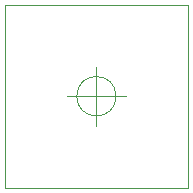
<source format=gbr>
%TF.GenerationSoftware,KiCad,Pcbnew,5.1.9*%
%TF.CreationDate,2021-04-13T03:12:43+02:00*%
%TF.ProjectId,_autosave-keycap,5f617574-6f73-4617-9665-2d6b65796361,rev?*%
%TF.SameCoordinates,Original*%
%TF.FileFunction,Profile,NP*%
%FSLAX46Y46*%
G04 Gerber Fmt 4.6, Leading zero omitted, Abs format (unit mm)*
G04 Created by KiCad (PCBNEW 5.1.9) date 2021-04-13 03:12:43*
%MOMM*%
%LPD*%
G01*
G04 APERTURE LIST*
%TA.AperFunction,Profile*%
%ADD10C,0.100000*%
%TD*%
%TA.AperFunction,Profile*%
%ADD11C,0.050000*%
%TD*%
G04 APERTURE END LIST*
D10*
X128877060Y-121046240D02*
X113411140Y-121044360D01*
X113411140Y-121044360D02*
X113411140Y-105569360D01*
X128884680Y-105572560D02*
X128877060Y-121046240D01*
D11*
X122799266Y-113289080D02*
G75*
G03*
X122799266Y-113289080I-1666666J0D01*
G01*
X118632600Y-113289080D02*
X123632600Y-113289080D01*
X121132600Y-110789080D02*
X121132600Y-115789080D01*
D10*
X113411140Y-105569360D02*
X128884680Y-105572560D01*
M02*

</source>
